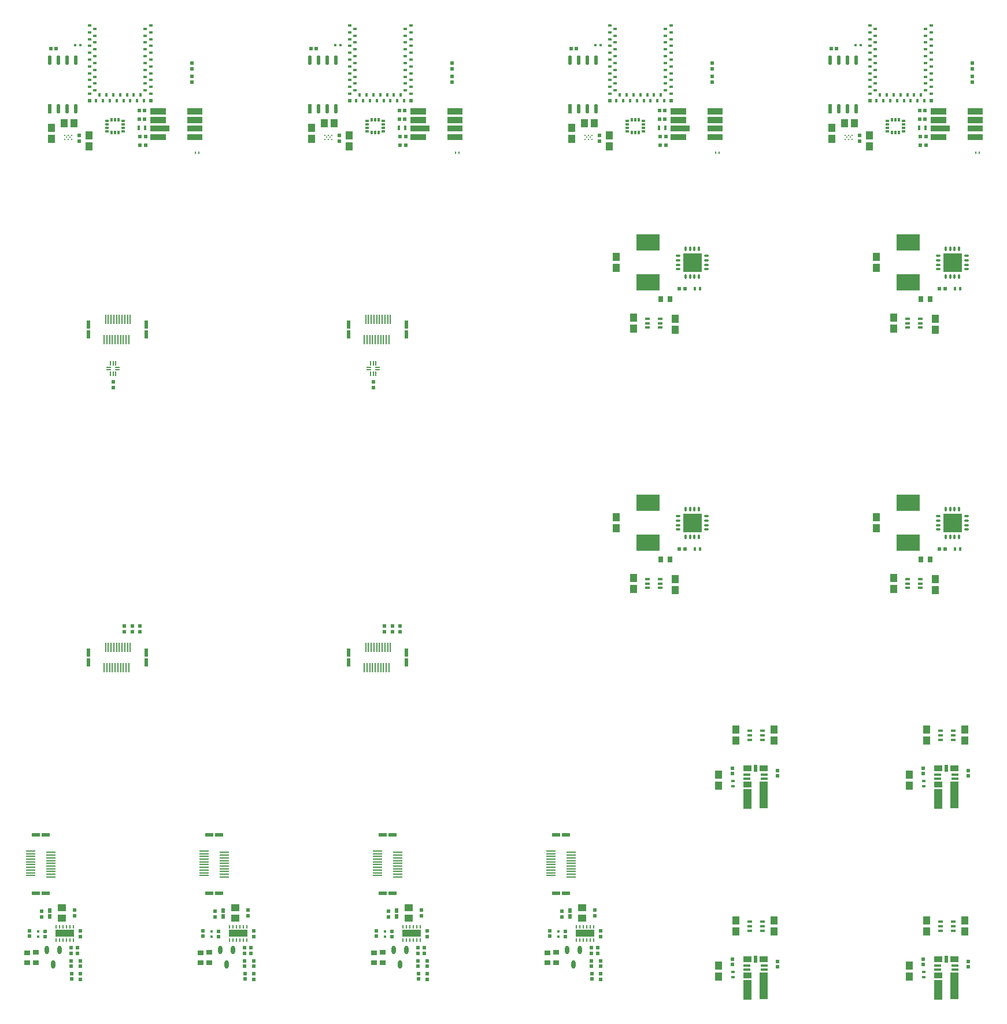
<source format=gtp>
G04*
G04 #@! TF.GenerationSoftware,Altium Limited,Altium Designer,22.0.2 (36)*
G04*
G04 Layer_Color=8421504*
%FSLAX25Y25*%
%MOIN*%
G70*
G04*
G04 #@! TF.SameCoordinates,F946F9E3-F68E-45CA-BEA5-DDEA3020867C*
G04*
G04*
G04 #@! TF.FilePolarity,Positive*
G04*
G01*
G75*
%ADD10R,0.03150X0.01378*%
%ADD11R,0.03985X0.04758*%
%ADD12O,0.03150X0.01181*%
%ADD13O,0.01181X0.03150*%
%ADD14R,0.10551X0.10551*%
%ADD15R,0.03150X0.03740*%
%ADD16R,0.13500X0.09500*%
%ADD17R,0.01575X0.01968*%
%ADD18R,0.02423X0.02254*%
%ADD19R,0.02165X0.02362*%
%ADD20R,0.02047X0.02047*%
%ADD21R,0.02578X0.00787*%
%ADD22R,0.00787X0.02578*%
%ADD23R,0.01968X0.04724*%
%ADD24R,0.00984X0.05315*%
%ADD25R,0.04800X0.15600*%
%ADD26R,0.02461X0.04087*%
%ADD27R,0.04800X0.11300*%
%ADD28R,0.04800X0.03200*%
%ADD29R,0.04776X0.03787*%
%ADD30R,0.04100X0.01300*%
%ADD31R,0.01968X0.01575*%
%ADD32R,0.01860X0.02029*%
%ADD33R,0.02254X0.02423*%
%ADD34R,0.01860X0.01843*%
%ADD35R,0.00984X0.01181*%
%ADD36R,0.11000X0.03500*%
%ADD37R,0.02047X0.02047*%
%ADD38R,0.01772X0.02657*%
%ADD39R,0.01378X0.02264*%
%ADD40R,0.02264X0.01378*%
%ADD41R,0.03961X0.05151*%
%ADD42R,0.01772X0.01772*%
%ADD43R,0.02362X0.01575*%
%ADD44R,0.02362X0.02362*%
%ADD45R,0.01575X0.02362*%
%ADD46R,0.02362X0.02362*%
%ADD47R,0.02044X0.05588*%
G04:AMPARAMS|DCode=48|XSize=55.88mil|YSize=20.44mil|CornerRadius=10.22mil|HoleSize=0mil|Usage=FLASHONLY|Rotation=90.000|XOffset=0mil|YOffset=0mil|HoleType=Round|Shape=RoundedRectangle|*
%AMROUNDEDRECTD48*
21,1,0.05588,0.00000,0,0,90.0*
21,1,0.03544,0.02044,0,0,90.0*
1,1,0.02044,0.00000,0.01772*
1,1,0.02044,0.00000,-0.01772*
1,1,0.02044,0.00000,-0.01772*
1,1,0.02044,0.00000,0.01772*
%
%ADD48ROUNDEDRECTD48*%
%ADD49C,0.00900*%
G04:AMPARAMS|DCode=50|XSize=23.62mil|YSize=49.21mil|CornerRadius=11.81mil|HoleSize=0mil|Usage=FLASHONLY|Rotation=180.000|XOffset=0mil|YOffset=0mil|HoleType=Round|Shape=RoundedRectangle|*
%AMROUNDEDRECTD50*
21,1,0.02362,0.02559,0,0,180.0*
21,1,0.00000,0.04921,0,0,180.0*
1,1,0.02362,0.00000,0.01280*
1,1,0.02362,0.00000,0.01280*
1,1,0.02362,0.00000,-0.01280*
1,1,0.02362,0.00000,-0.01280*
%
%ADD50ROUNDEDRECTD50*%
%ADD51R,0.04724X0.01968*%
%ADD52R,0.05315X0.00984*%
%ADD53R,0.03543X0.02756*%
%ADD54R,0.02441X0.02598*%
%ADD55R,0.05151X0.03961*%
%ADD56R,0.01772X0.01772*%
%ADD57R,0.01000X0.02200*%
%ADD58R,0.10800X0.04300*%
G36*
X669981Y640632D02*
X661082D01*
Y644132D01*
X669981D01*
Y640632D01*
D02*
G37*
G36*
X648918D02*
X640019D01*
Y644132D01*
X648918D01*
Y640632D01*
D02*
G37*
G36*
X519981D02*
X511082D01*
Y644132D01*
X519981D01*
Y640632D01*
D02*
G37*
G36*
X498918D02*
X490019D01*
Y644132D01*
X498918D01*
Y640632D01*
D02*
G37*
G36*
X369982D02*
X361082D01*
Y644132D01*
X369982D01*
Y640632D01*
D02*
G37*
G36*
X348919D02*
X340019D01*
Y644132D01*
X348919D01*
Y640632D01*
D02*
G37*
G36*
X219982D02*
X211082D01*
Y644132D01*
X219982D01*
Y640632D01*
D02*
G37*
G36*
X198918D02*
X190018D01*
Y644132D01*
X198918D01*
Y640632D01*
D02*
G37*
G36*
X669981Y635711D02*
X661082D01*
Y639211D01*
X669981D01*
Y635711D01*
D02*
G37*
G36*
X648918D02*
X640019D01*
Y639211D01*
X648918D01*
Y635711D01*
D02*
G37*
G36*
X519981D02*
X511082D01*
Y639211D01*
X519981D01*
Y635711D01*
D02*
G37*
G36*
X498918D02*
X490019D01*
Y639211D01*
X498918D01*
Y635711D01*
D02*
G37*
G36*
X369982D02*
X361082D01*
Y639211D01*
X369982D01*
Y635711D01*
D02*
G37*
G36*
X348919D02*
X340019D01*
Y639211D01*
X348919D01*
Y635711D01*
D02*
G37*
G36*
X219982D02*
X211082D01*
Y639211D01*
X219982D01*
Y635711D01*
D02*
G37*
G36*
X198918D02*
X190018D01*
Y639211D01*
X198918D01*
Y635711D01*
D02*
G37*
G36*
X669981Y630789D02*
X661082D01*
Y634289D01*
X669981D01*
Y630789D01*
D02*
G37*
G36*
X648918D02*
X640019D01*
Y634289D01*
X648918D01*
Y630789D01*
D02*
G37*
G36*
X519981D02*
X511082D01*
Y634289D01*
X519981D01*
Y630789D01*
D02*
G37*
G36*
X498918D02*
X490019D01*
Y634289D01*
X498918D01*
Y630789D01*
D02*
G37*
G36*
X369982D02*
X361082D01*
Y634289D01*
X369982D01*
Y630789D01*
D02*
G37*
G36*
X348919D02*
X340019D01*
Y634289D01*
X348919D01*
Y630789D01*
D02*
G37*
G36*
X219982D02*
X211082D01*
Y634289D01*
X219982D01*
Y630789D01*
D02*
G37*
G36*
X198918D02*
X190018D01*
Y634289D01*
X198918D01*
Y630789D01*
D02*
G37*
G36*
X669981Y625868D02*
X661082D01*
Y629368D01*
X669981D01*
Y625868D01*
D02*
G37*
G36*
X648918D02*
X640019D01*
Y629368D01*
X648918D01*
Y625868D01*
D02*
G37*
G36*
X519981D02*
X511082D01*
Y629368D01*
X519981D01*
Y625868D01*
D02*
G37*
G36*
X498918D02*
X490019D01*
Y629368D01*
X498918D01*
Y625868D01*
D02*
G37*
G36*
X369982D02*
X361082D01*
Y629368D01*
X369982D01*
Y625868D01*
D02*
G37*
G36*
X348919D02*
X340019D01*
Y629368D01*
X348919D01*
Y625868D01*
D02*
G37*
G36*
X219982D02*
X211082D01*
Y629368D01*
X219982D01*
Y625868D01*
D02*
G37*
G36*
X198918D02*
X190018D01*
Y629368D01*
X198918D01*
Y625868D01*
D02*
G37*
G36*
X445491Y167144D02*
X440879D01*
Y170656D01*
X445491D01*
Y167144D01*
D02*
G37*
G36*
X440091D02*
X435479D01*
Y170656D01*
X440091D01*
Y167144D01*
D02*
G37*
G36*
X345491D02*
X340879D01*
Y170656D01*
X345491D01*
Y167144D01*
D02*
G37*
G36*
X340091D02*
X335479D01*
Y170656D01*
X340091D01*
Y167144D01*
D02*
G37*
G36*
X245491D02*
X240879D01*
Y170656D01*
X245491D01*
Y167144D01*
D02*
G37*
G36*
X240091D02*
X235479D01*
Y170656D01*
X240091D01*
Y167144D01*
D02*
G37*
G36*
X145491D02*
X140879D01*
Y170656D01*
X145491D01*
Y167144D01*
D02*
G37*
G36*
X140091D02*
X135479D01*
Y170656D01*
X140091D01*
Y167144D01*
D02*
G37*
D10*
X476500Y372918D02*
D03*
Y370359D02*
D03*
Y367800D02*
D03*
X483705D02*
D03*
Y370359D02*
D03*
Y372918D02*
D03*
X626500D02*
D03*
Y370359D02*
D03*
Y367800D02*
D03*
X633705D02*
D03*
Y370359D02*
D03*
Y372918D02*
D03*
X476500Y522918D02*
D03*
Y520359D02*
D03*
Y517800D02*
D03*
X483705D02*
D03*
Y520359D02*
D03*
Y522918D02*
D03*
X626500D02*
D03*
Y520359D02*
D03*
Y517800D02*
D03*
X633705D02*
D03*
Y520359D02*
D03*
Y522918D02*
D03*
X542705Y175559D02*
D03*
Y173000D02*
D03*
Y170441D02*
D03*
X535500D02*
D03*
Y173000D02*
D03*
Y175559D02*
D03*
X652705D02*
D03*
Y173000D02*
D03*
Y170441D02*
D03*
X645500D02*
D03*
Y173000D02*
D03*
Y175559D02*
D03*
X542705Y285559D02*
D03*
Y283000D02*
D03*
Y280441D02*
D03*
X535500D02*
D03*
Y283000D02*
D03*
Y285559D02*
D03*
X652705D02*
D03*
Y283000D02*
D03*
Y280441D02*
D03*
X645500D02*
D03*
Y283000D02*
D03*
Y285559D02*
D03*
D11*
X468602Y367202D02*
D03*
Y373516D02*
D03*
X492602Y366702D02*
D03*
Y373016D02*
D03*
X458400Y402143D02*
D03*
Y408457D02*
D03*
X618602Y367202D02*
D03*
Y373516D02*
D03*
X642602Y366702D02*
D03*
Y373016D02*
D03*
X608400Y402143D02*
D03*
Y408457D02*
D03*
X468602Y517202D02*
D03*
Y523516D02*
D03*
X492602Y516702D02*
D03*
Y523016D02*
D03*
X458400Y552143D02*
D03*
Y558457D02*
D03*
X618602Y517202D02*
D03*
Y523516D02*
D03*
X642602Y516702D02*
D03*
Y523016D02*
D03*
X608400Y552143D02*
D03*
Y558457D02*
D03*
X549500Y176157D02*
D03*
Y169843D02*
D03*
X527500Y176157D02*
D03*
Y169843D02*
D03*
X517500Y150157D02*
D03*
Y143843D02*
D03*
X659500Y176157D02*
D03*
Y169843D02*
D03*
X637500Y176157D02*
D03*
Y169843D02*
D03*
X627500Y150157D02*
D03*
Y143843D02*
D03*
X549500Y286157D02*
D03*
Y279843D02*
D03*
X527500Y286157D02*
D03*
Y279843D02*
D03*
X517500Y260157D02*
D03*
Y253843D02*
D03*
X659500Y286157D02*
D03*
Y279843D02*
D03*
X637500Y286157D02*
D03*
Y279843D02*
D03*
X627500Y260157D02*
D03*
Y253843D02*
D03*
X154500Y628500D02*
D03*
Y622186D02*
D03*
X132984Y626615D02*
D03*
Y632929D02*
D03*
X304500Y628500D02*
D03*
Y622186D02*
D03*
X282984Y626615D02*
D03*
Y632929D02*
D03*
X454500Y628500D02*
D03*
Y622186D02*
D03*
X432984Y626615D02*
D03*
Y632929D02*
D03*
X604500Y628500D02*
D03*
Y622186D02*
D03*
X582984Y626615D02*
D03*
Y632929D02*
D03*
D12*
X494329Y409139D02*
D03*
Y406579D02*
D03*
Y404021D02*
D03*
Y401461D02*
D03*
X510471D02*
D03*
Y404021D02*
D03*
Y406579D02*
D03*
Y409139D02*
D03*
X644329D02*
D03*
Y406579D02*
D03*
Y404021D02*
D03*
Y401461D02*
D03*
X660471D02*
D03*
Y404021D02*
D03*
Y406579D02*
D03*
Y409139D02*
D03*
X494329Y559139D02*
D03*
Y556579D02*
D03*
Y554021D02*
D03*
Y551461D02*
D03*
X510471D02*
D03*
Y554021D02*
D03*
Y556579D02*
D03*
Y559139D02*
D03*
X644329D02*
D03*
Y556579D02*
D03*
Y554021D02*
D03*
Y551461D02*
D03*
X660471D02*
D03*
Y554021D02*
D03*
Y556579D02*
D03*
Y559139D02*
D03*
D13*
X498561Y397229D02*
D03*
X501121D02*
D03*
X503680D02*
D03*
X506239D02*
D03*
Y413371D02*
D03*
X503680D02*
D03*
X501121D02*
D03*
X498561D02*
D03*
X648561Y397229D02*
D03*
X651121D02*
D03*
X653680D02*
D03*
X656239D02*
D03*
Y413371D02*
D03*
X653680D02*
D03*
X651121D02*
D03*
X648561D02*
D03*
X498561Y547229D02*
D03*
X501121D02*
D03*
X503680D02*
D03*
X506239D02*
D03*
Y563371D02*
D03*
X503680D02*
D03*
X501121D02*
D03*
X498561D02*
D03*
X648561Y547229D02*
D03*
X651121D02*
D03*
X653680D02*
D03*
X656239D02*
D03*
Y563371D02*
D03*
X653680D02*
D03*
X651121D02*
D03*
X648561D02*
D03*
D14*
X502400Y405300D02*
D03*
X652400D02*
D03*
X502400Y555300D02*
D03*
X652400D02*
D03*
D15*
X489400Y384300D02*
D03*
X484085D02*
D03*
X639400D02*
D03*
X634085D02*
D03*
X489400Y534300D02*
D03*
X484085D02*
D03*
X639400D02*
D03*
X634085D02*
D03*
D16*
X476900Y416800D02*
D03*
Y393800D02*
D03*
X626900Y416800D02*
D03*
Y393800D02*
D03*
X476900Y566800D02*
D03*
Y543800D02*
D03*
X626900Y566800D02*
D03*
Y543800D02*
D03*
D17*
X506900Y390300D02*
D03*
X503750D02*
D03*
X656900D02*
D03*
X653750D02*
D03*
X506900Y540300D02*
D03*
X503750D02*
D03*
X656900D02*
D03*
X653750D02*
D03*
D18*
X494713Y390300D02*
D03*
X498087D02*
D03*
X644713D02*
D03*
X648087D02*
D03*
X494713Y540300D02*
D03*
X498087D02*
D03*
X644713D02*
D03*
X648087D02*
D03*
D19*
X325019Y345811D02*
D03*
Y342465D02*
D03*
X334019D02*
D03*
Y345811D02*
D03*
X329519Y342465D02*
D03*
Y345811D02*
D03*
X175019D02*
D03*
Y342465D02*
D03*
X184019D02*
D03*
Y345811D02*
D03*
X179519Y342465D02*
D03*
Y345811D02*
D03*
X148984Y628772D02*
D03*
Y625425D02*
D03*
X298984Y628772D02*
D03*
Y625425D02*
D03*
X448984Y628772D02*
D03*
Y625425D02*
D03*
X598984Y628772D02*
D03*
Y625425D02*
D03*
X449685Y167053D02*
D03*
Y170400D02*
D03*
X444185Y157427D02*
D03*
Y160773D02*
D03*
X447985Y157427D02*
D03*
Y160773D02*
D03*
X349685Y167053D02*
D03*
Y170400D02*
D03*
X344185Y157427D02*
D03*
Y160773D02*
D03*
X347985Y157427D02*
D03*
Y160773D02*
D03*
X249685Y167053D02*
D03*
Y170400D02*
D03*
X244185Y157427D02*
D03*
Y160773D02*
D03*
X247985Y157427D02*
D03*
Y160773D02*
D03*
X149685Y167053D02*
D03*
Y170400D02*
D03*
X144185Y157427D02*
D03*
Y160773D02*
D03*
X147985Y157427D02*
D03*
Y160773D02*
D03*
D20*
X318417Y483331D02*
D03*
Y486481D02*
D03*
X168417Y483331D02*
D03*
Y486481D02*
D03*
X525500Y150925D02*
D03*
Y154075D02*
D03*
X635500Y150925D02*
D03*
Y154075D02*
D03*
X525500Y260925D02*
D03*
Y264075D02*
D03*
X635500Y260925D02*
D03*
Y264075D02*
D03*
X449685Y145575D02*
D03*
Y142425D02*
D03*
X349685Y145575D02*
D03*
Y142425D02*
D03*
X249685Y145575D02*
D03*
Y142425D02*
D03*
X149685Y145575D02*
D03*
Y142425D02*
D03*
D21*
X320887Y495053D02*
D03*
Y493478D02*
D03*
X315947D02*
D03*
Y495053D02*
D03*
X170887D02*
D03*
Y493478D02*
D03*
X165947D02*
D03*
Y495053D02*
D03*
D22*
X319992Y491205D02*
D03*
X318417D02*
D03*
X316842D02*
D03*
Y497326D02*
D03*
X318417D02*
D03*
X319992D02*
D03*
X169992Y491205D02*
D03*
X168417D02*
D03*
X166842D02*
D03*
Y497326D02*
D03*
X168417D02*
D03*
X169992D02*
D03*
D23*
X337511Y514040D02*
D03*
X304047D02*
D03*
X337511Y519552D02*
D03*
X304047D02*
D03*
X337511Y325063D02*
D03*
X304047D02*
D03*
X337511Y330575D02*
D03*
X304047D02*
D03*
X187512Y514040D02*
D03*
X154047D02*
D03*
X187512Y519552D02*
D03*
X154047D02*
D03*
X187512Y325063D02*
D03*
X154047D02*
D03*
X187512Y330575D02*
D03*
X154047D02*
D03*
D24*
X328279Y522603D02*
D03*
X326704D02*
D03*
X325130D02*
D03*
X323555D02*
D03*
X321980D02*
D03*
X320405D02*
D03*
X318830D02*
D03*
X317256D02*
D03*
X315681D02*
D03*
X314106D02*
D03*
X327452Y510989D02*
D03*
X325878D02*
D03*
X324303D02*
D03*
X322728D02*
D03*
X321153D02*
D03*
X319578D02*
D03*
X318004D02*
D03*
X316429D02*
D03*
X314854D02*
D03*
X313279D02*
D03*
X328279Y333626D02*
D03*
X326704D02*
D03*
X325130D02*
D03*
X323555D02*
D03*
X321980D02*
D03*
X320405D02*
D03*
X318830D02*
D03*
X317256D02*
D03*
X315681D02*
D03*
X314106D02*
D03*
X327452Y322012D02*
D03*
X325878D02*
D03*
X324303D02*
D03*
X322728D02*
D03*
X321153D02*
D03*
X319578D02*
D03*
X318004D02*
D03*
X316429D02*
D03*
X314854D02*
D03*
X313279D02*
D03*
X178279Y522603D02*
D03*
X176704D02*
D03*
X175130D02*
D03*
X173555D02*
D03*
X171980D02*
D03*
X170405D02*
D03*
X168830D02*
D03*
X167256D02*
D03*
X165681D02*
D03*
X164106D02*
D03*
X177452Y510989D02*
D03*
X175878D02*
D03*
X174303D02*
D03*
X172728D02*
D03*
X171153D02*
D03*
X169578D02*
D03*
X168004D02*
D03*
X166429D02*
D03*
X164854D02*
D03*
X163279D02*
D03*
X178279Y333626D02*
D03*
X176704D02*
D03*
X175130D02*
D03*
X173555D02*
D03*
X171980D02*
D03*
X170405D02*
D03*
X168830D02*
D03*
X167256D02*
D03*
X165681D02*
D03*
X164106D02*
D03*
X177452Y322012D02*
D03*
X175878D02*
D03*
X174303D02*
D03*
X172728D02*
D03*
X171153D02*
D03*
X169578D02*
D03*
X168004D02*
D03*
X166429D02*
D03*
X164854D02*
D03*
X163279D02*
D03*
D25*
X543645Y138470D02*
D03*
X653645D02*
D03*
X543645Y248470D02*
D03*
X653645D02*
D03*
D26*
X538862Y153823D02*
D03*
X648862D02*
D03*
X538862Y263823D02*
D03*
X648862D02*
D03*
D27*
X534079Y136319D02*
D03*
X644079D02*
D03*
X534079Y246319D02*
D03*
X644079D02*
D03*
D28*
X534079Y144620D02*
D03*
X644079D02*
D03*
X534079Y254620D02*
D03*
X644079D02*
D03*
D29*
X543659Y154035D02*
D03*
X534065D02*
D03*
X653659D02*
D03*
X644065D02*
D03*
X543659Y264035D02*
D03*
X534065D02*
D03*
X653659D02*
D03*
X644065D02*
D03*
D30*
X544000Y148000D02*
D03*
Y150362D02*
D03*
X533724Y148000D02*
D03*
Y150362D02*
D03*
X654000Y148000D02*
D03*
Y150362D02*
D03*
X643724Y148000D02*
D03*
Y150362D02*
D03*
X544000Y258000D02*
D03*
Y260362D02*
D03*
X533724Y258000D02*
D03*
Y260362D02*
D03*
X654000Y258000D02*
D03*
Y260362D02*
D03*
X643724Y258000D02*
D03*
Y260362D02*
D03*
D31*
X526000Y143500D02*
D03*
Y146650D02*
D03*
X636000Y143500D02*
D03*
Y146650D02*
D03*
X526000Y253500D02*
D03*
Y256650D02*
D03*
X636000Y253500D02*
D03*
Y256650D02*
D03*
D32*
X551500Y149510D02*
D03*
Y152490D02*
D03*
X661500Y149510D02*
D03*
Y152490D02*
D03*
X551500Y259510D02*
D03*
Y262490D02*
D03*
X661500Y259510D02*
D03*
Y262490D02*
D03*
X420185Y167210D02*
D03*
Y170190D02*
D03*
X444285Y150010D02*
D03*
Y152990D02*
D03*
X449585Y149910D02*
D03*
Y152890D02*
D03*
X444485Y145490D02*
D03*
Y142510D02*
D03*
X320185Y167210D02*
D03*
Y170190D02*
D03*
X344285Y150010D02*
D03*
Y152990D02*
D03*
X349585Y149910D02*
D03*
Y152890D02*
D03*
X344485Y145490D02*
D03*
Y142510D02*
D03*
X220185Y167210D02*
D03*
Y170190D02*
D03*
X244285Y150010D02*
D03*
Y152990D02*
D03*
X249585Y149910D02*
D03*
Y152890D02*
D03*
X244485Y145490D02*
D03*
Y142510D02*
D03*
X120185Y167210D02*
D03*
Y170190D02*
D03*
X144285Y150010D02*
D03*
Y152990D02*
D03*
X149585Y149910D02*
D03*
Y152890D02*
D03*
X144485Y145490D02*
D03*
Y142510D02*
D03*
D33*
X214000Y666813D02*
D03*
Y670187D02*
D03*
X364000Y666813D02*
D03*
Y670187D02*
D03*
X514000Y666813D02*
D03*
Y670187D02*
D03*
X664000Y666813D02*
D03*
Y670187D02*
D03*
D34*
X214000Y662583D02*
D03*
Y659417D02*
D03*
X364000Y662583D02*
D03*
Y659417D02*
D03*
X514000Y662583D02*
D03*
Y659417D02*
D03*
X664000Y662583D02*
D03*
Y659417D02*
D03*
X446035Y179024D02*
D03*
Y182190D02*
D03*
X427085Y178417D02*
D03*
Y181583D02*
D03*
X429285Y166817D02*
D03*
Y169983D02*
D03*
X346035Y179024D02*
D03*
Y182190D02*
D03*
X327085Y178417D02*
D03*
Y181583D02*
D03*
X329285Y166817D02*
D03*
Y169983D02*
D03*
X246035Y179024D02*
D03*
Y182190D02*
D03*
X227085Y178417D02*
D03*
Y181583D02*
D03*
X229285Y166817D02*
D03*
Y169983D02*
D03*
X146035Y179024D02*
D03*
Y182190D02*
D03*
X127085Y178417D02*
D03*
Y181583D02*
D03*
X129285Y166817D02*
D03*
Y169983D02*
D03*
D35*
X216000Y618500D02*
D03*
X217870D02*
D03*
X366000D02*
D03*
X367870D02*
D03*
X516000D02*
D03*
X517870D02*
D03*
X666000D02*
D03*
X667870D02*
D03*
D36*
X195519Y632539D02*
D03*
X345518D02*
D03*
X495518D02*
D03*
X645518D02*
D03*
D37*
X183463Y643057D02*
D03*
X186612D02*
D03*
X183425Y638000D02*
D03*
X186575D02*
D03*
X132425Y678500D02*
D03*
X135575D02*
D03*
X183925Y623000D02*
D03*
X187075D02*
D03*
Y628000D02*
D03*
X183925D02*
D03*
X333463Y643057D02*
D03*
X336612D02*
D03*
X333425Y638000D02*
D03*
X336575D02*
D03*
X282425Y678500D02*
D03*
X285575D02*
D03*
X333925Y623000D02*
D03*
X337075D02*
D03*
Y628000D02*
D03*
X333925D02*
D03*
X483463Y643057D02*
D03*
X486612D02*
D03*
X483425Y638000D02*
D03*
X486575D02*
D03*
X432425Y678500D02*
D03*
X435575D02*
D03*
X483925Y623000D02*
D03*
X487075D02*
D03*
Y628000D02*
D03*
X483925D02*
D03*
X633463Y643057D02*
D03*
X636612D02*
D03*
X633425Y638000D02*
D03*
X636575D02*
D03*
X582425Y678500D02*
D03*
X585575D02*
D03*
X633925Y623000D02*
D03*
X637075D02*
D03*
Y628000D02*
D03*
X633925D02*
D03*
D38*
X183179Y633000D02*
D03*
X186821D02*
D03*
X333179D02*
D03*
X336821D02*
D03*
X483179D02*
D03*
X486821D02*
D03*
X633179D02*
D03*
X636821D02*
D03*
D39*
X167532Y637593D02*
D03*
X169500D02*
D03*
X171468D02*
D03*
Y630407D02*
D03*
X169500D02*
D03*
X167532D02*
D03*
X317531Y637593D02*
D03*
X319500D02*
D03*
X321468D02*
D03*
Y630407D02*
D03*
X319500D02*
D03*
X317531D02*
D03*
X467531Y637593D02*
D03*
X469500D02*
D03*
X471468D02*
D03*
Y630407D02*
D03*
X469500D02*
D03*
X467531D02*
D03*
X617531Y637593D02*
D03*
X619500D02*
D03*
X621468D02*
D03*
Y630407D02*
D03*
X619500D02*
D03*
X617531D02*
D03*
D40*
X174077Y636953D02*
D03*
Y634984D02*
D03*
Y633016D02*
D03*
Y631047D02*
D03*
X164923D02*
D03*
Y633016D02*
D03*
Y634984D02*
D03*
Y636953D02*
D03*
X324077D02*
D03*
Y634984D02*
D03*
Y633016D02*
D03*
Y631047D02*
D03*
X314923D02*
D03*
Y633016D02*
D03*
Y634984D02*
D03*
Y636953D02*
D03*
X474077D02*
D03*
Y634984D02*
D03*
Y633016D02*
D03*
Y631047D02*
D03*
X464923D02*
D03*
Y633016D02*
D03*
Y634984D02*
D03*
Y636953D02*
D03*
X624077D02*
D03*
Y634984D02*
D03*
Y633016D02*
D03*
Y631047D02*
D03*
X614923D02*
D03*
Y633016D02*
D03*
Y634984D02*
D03*
Y636953D02*
D03*
D41*
X140126Y635772D02*
D03*
X145843D02*
D03*
X290126D02*
D03*
X295843D02*
D03*
X440126D02*
D03*
X445843D02*
D03*
X590126D02*
D03*
X595843D02*
D03*
D42*
X149575Y680500D02*
D03*
X146425D02*
D03*
X299575D02*
D03*
X296425D02*
D03*
X449575D02*
D03*
X446425D02*
D03*
X599575D02*
D03*
X596425D02*
D03*
D43*
X190150Y691968D02*
D03*
X187000Y690000D02*
D03*
X190150Y688031D02*
D03*
X187000Y686063D02*
D03*
X190150Y684094D02*
D03*
X187000Y682126D02*
D03*
X190150Y680158D02*
D03*
X187000Y678189D02*
D03*
X190150Y676221D02*
D03*
X187000Y674252D02*
D03*
X190150Y672284D02*
D03*
X187000Y670315D02*
D03*
X190150Y668347D02*
D03*
X187000Y666378D02*
D03*
X190150Y664409D02*
D03*
X187000Y662441D02*
D03*
X190150Y660472D02*
D03*
X187000Y658504D02*
D03*
X190150Y656535D02*
D03*
X187000Y654567D02*
D03*
X190150Y652598D02*
D03*
X154717Y691968D02*
D03*
X157866Y690000D02*
D03*
X154717Y688031D02*
D03*
X157866Y686063D02*
D03*
X154717Y684094D02*
D03*
X157866Y682126D02*
D03*
X154717Y680158D02*
D03*
X157866Y678189D02*
D03*
X154717Y676221D02*
D03*
X157866Y674252D02*
D03*
X154717Y672284D02*
D03*
X157866Y670315D02*
D03*
X154717Y668347D02*
D03*
X157866Y666378D02*
D03*
X154717Y664409D02*
D03*
X157866Y662441D02*
D03*
X154717Y660472D02*
D03*
X157866Y658504D02*
D03*
X154717Y656535D02*
D03*
X157866Y654567D02*
D03*
X154717Y652598D02*
D03*
X340150Y691968D02*
D03*
X337000Y690000D02*
D03*
X340150Y688031D02*
D03*
X337000Y686063D02*
D03*
X340150Y684094D02*
D03*
X337000Y682126D02*
D03*
X340150Y680158D02*
D03*
X337000Y678189D02*
D03*
X340150Y676221D02*
D03*
X337000Y674252D02*
D03*
X340150Y672284D02*
D03*
X337000Y670315D02*
D03*
X340150Y668347D02*
D03*
X337000Y666378D02*
D03*
X340150Y664409D02*
D03*
X337000Y662441D02*
D03*
X340150Y660472D02*
D03*
X337000Y658504D02*
D03*
X340150Y656535D02*
D03*
X337000Y654567D02*
D03*
X340150Y652598D02*
D03*
X304716Y691968D02*
D03*
X307866Y690000D02*
D03*
X304716Y688031D02*
D03*
X307866Y686063D02*
D03*
X304716Y684094D02*
D03*
X307866Y682126D02*
D03*
X304716Y680158D02*
D03*
X307866Y678189D02*
D03*
X304716Y676221D02*
D03*
X307866Y674252D02*
D03*
X304716Y672284D02*
D03*
X307866Y670315D02*
D03*
X304716Y668347D02*
D03*
X307866Y666378D02*
D03*
X304716Y664409D02*
D03*
X307866Y662441D02*
D03*
X304716Y660472D02*
D03*
X307866Y658504D02*
D03*
X304716Y656535D02*
D03*
X307866Y654567D02*
D03*
X304716Y652598D02*
D03*
X490150Y691968D02*
D03*
X487000Y690000D02*
D03*
X490150Y688031D02*
D03*
X487000Y686063D02*
D03*
X490150Y684094D02*
D03*
X487000Y682126D02*
D03*
X490150Y680158D02*
D03*
X487000Y678189D02*
D03*
X490150Y676221D02*
D03*
X487000Y674252D02*
D03*
X490150Y672284D02*
D03*
X487000Y670315D02*
D03*
X490150Y668347D02*
D03*
X487000Y666378D02*
D03*
X490150Y664409D02*
D03*
X487000Y662441D02*
D03*
X490150Y660472D02*
D03*
X487000Y658504D02*
D03*
X490150Y656535D02*
D03*
X487000Y654567D02*
D03*
X490150Y652598D02*
D03*
X454716Y691968D02*
D03*
X457866Y690000D02*
D03*
X454716Y688031D02*
D03*
X457866Y686063D02*
D03*
X454716Y684094D02*
D03*
X457866Y682126D02*
D03*
X454716Y680158D02*
D03*
X457866Y678189D02*
D03*
X454716Y676221D02*
D03*
X457866Y674252D02*
D03*
X454716Y672284D02*
D03*
X457866Y670315D02*
D03*
X454716Y668347D02*
D03*
X457866Y666378D02*
D03*
X454716Y664409D02*
D03*
X457866Y662441D02*
D03*
X454716Y660472D02*
D03*
X457866Y658504D02*
D03*
X454716Y656535D02*
D03*
X457866Y654567D02*
D03*
X454716Y652598D02*
D03*
X640150Y691968D02*
D03*
X637000Y690000D02*
D03*
X640150Y688031D02*
D03*
X637000Y686063D02*
D03*
X640150Y684094D02*
D03*
X637000Y682126D02*
D03*
X640150Y680158D02*
D03*
X637000Y678189D02*
D03*
X640150Y676221D02*
D03*
X637000Y674252D02*
D03*
X640150Y672284D02*
D03*
X637000Y670315D02*
D03*
X640150Y668347D02*
D03*
X637000Y666378D02*
D03*
X640150Y664409D02*
D03*
X637000Y662441D02*
D03*
X640150Y660472D02*
D03*
X637000Y658504D02*
D03*
X640150Y656535D02*
D03*
X637000Y654567D02*
D03*
X640150Y652598D02*
D03*
X604716Y691968D02*
D03*
X607866Y690000D02*
D03*
X604716Y688031D02*
D03*
X607866Y686063D02*
D03*
X604716Y684094D02*
D03*
X607866Y682126D02*
D03*
X604716Y680158D02*
D03*
X607866Y678189D02*
D03*
X604716Y676221D02*
D03*
X607866Y674252D02*
D03*
X604716Y672284D02*
D03*
X607866Y670315D02*
D03*
X604716Y668347D02*
D03*
X607866Y666378D02*
D03*
X604716Y664409D02*
D03*
X607866Y662441D02*
D03*
X604716Y660472D02*
D03*
X607866Y658504D02*
D03*
X604716Y656535D02*
D03*
X607866Y654567D02*
D03*
X604716Y652598D02*
D03*
D44*
X190150Y648661D02*
D03*
X340150D02*
D03*
X490150D02*
D03*
X640150D02*
D03*
D45*
X186213D02*
D03*
X184244Y651811D02*
D03*
X182276Y648661D02*
D03*
X180307Y651811D02*
D03*
X178339Y648661D02*
D03*
X176370Y651811D02*
D03*
X174402Y648661D02*
D03*
X172433Y651811D02*
D03*
X168496D02*
D03*
X164559D02*
D03*
X162591Y648661D02*
D03*
X170465D02*
D03*
X166528D02*
D03*
X160622Y651811D02*
D03*
X158653Y648661D02*
D03*
X336213D02*
D03*
X334244Y651811D02*
D03*
X332276Y648661D02*
D03*
X330307Y651811D02*
D03*
X328339Y648661D02*
D03*
X326370Y651811D02*
D03*
X324402Y648661D02*
D03*
X322433Y651811D02*
D03*
X318496D02*
D03*
X314559D02*
D03*
X312591Y648661D02*
D03*
X320465D02*
D03*
X316528D02*
D03*
X310622Y651811D02*
D03*
X308653Y648661D02*
D03*
X486213D02*
D03*
X484244Y651811D02*
D03*
X482276Y648661D02*
D03*
X480307Y651811D02*
D03*
X478339Y648661D02*
D03*
X476370Y651811D02*
D03*
X474402Y648661D02*
D03*
X472433Y651811D02*
D03*
X468496D02*
D03*
X464559D02*
D03*
X462591Y648661D02*
D03*
X470465D02*
D03*
X466528D02*
D03*
X460622Y651811D02*
D03*
X458653Y648661D02*
D03*
X636213D02*
D03*
X634244Y651811D02*
D03*
X632276Y648661D02*
D03*
X630307Y651811D02*
D03*
X628339Y648661D02*
D03*
X626370Y651811D02*
D03*
X624402Y648661D02*
D03*
X622433Y651811D02*
D03*
X618496D02*
D03*
X614559D02*
D03*
X612591Y648661D02*
D03*
X620465D02*
D03*
X616528D02*
D03*
X610622Y651811D02*
D03*
X608653Y648661D02*
D03*
D46*
X154717D02*
D03*
X304716D02*
D03*
X454716D02*
D03*
X604716D02*
D03*
D47*
X132000Y643934D02*
D03*
X282000D02*
D03*
X432000D02*
D03*
X582000D02*
D03*
D48*
X137000D02*
D03*
X142000D02*
D03*
X147000D02*
D03*
Y672066D02*
D03*
X142000D02*
D03*
X137000D02*
D03*
X132000D02*
D03*
X287000Y643934D02*
D03*
X292000D02*
D03*
X297000D02*
D03*
Y672066D02*
D03*
X292000D02*
D03*
X287000D02*
D03*
X282000D02*
D03*
X437000Y643934D02*
D03*
X442000D02*
D03*
X447000D02*
D03*
Y672066D02*
D03*
X442000D02*
D03*
X437000D02*
D03*
X432000D02*
D03*
X587000Y643934D02*
D03*
X592000D02*
D03*
X597000D02*
D03*
Y672066D02*
D03*
X592000D02*
D03*
X587000D02*
D03*
X582000D02*
D03*
D49*
X140516Y626272D02*
D03*
Y628728D02*
D03*
X141500Y627500D02*
D03*
X142484Y626272D02*
D03*
Y628728D02*
D03*
X143468Y627500D02*
D03*
X144453Y626272D02*
D03*
Y628728D02*
D03*
X290516Y626272D02*
D03*
Y628728D02*
D03*
X291500Y627500D02*
D03*
X292484Y626272D02*
D03*
Y628728D02*
D03*
X293468Y627500D02*
D03*
X294453Y626272D02*
D03*
Y628728D02*
D03*
X440516Y626272D02*
D03*
Y628728D02*
D03*
X441500Y627500D02*
D03*
X442484Y626272D02*
D03*
Y628728D02*
D03*
X443469Y627500D02*
D03*
X444453Y626272D02*
D03*
Y628728D02*
D03*
X590516Y626272D02*
D03*
Y628728D02*
D03*
X591500Y627500D02*
D03*
X592484Y626272D02*
D03*
Y628728D02*
D03*
X593469Y627500D02*
D03*
X594453Y626272D02*
D03*
Y628728D02*
D03*
D50*
X433885Y150800D02*
D03*
X430145Y159265D02*
D03*
X437625D02*
D03*
X333885Y150800D02*
D03*
X330145Y159265D02*
D03*
X337625D02*
D03*
X233885Y150800D02*
D03*
X230145Y159265D02*
D03*
X237625D02*
D03*
X133885Y150800D02*
D03*
X130145Y159265D02*
D03*
X137625D02*
D03*
D51*
X423873Y192100D02*
D03*
Y225565D02*
D03*
X429385Y192100D02*
D03*
Y225565D02*
D03*
X323873Y192100D02*
D03*
Y225565D02*
D03*
X329385Y192100D02*
D03*
Y225565D02*
D03*
X223873Y192100D02*
D03*
Y225565D02*
D03*
X229385Y192100D02*
D03*
Y225565D02*
D03*
X123873Y192100D02*
D03*
Y225565D02*
D03*
X129385Y192100D02*
D03*
Y225565D02*
D03*
D52*
X432436Y201332D02*
D03*
Y202907D02*
D03*
Y204482D02*
D03*
Y206057D02*
D03*
Y207631D02*
D03*
Y209206D02*
D03*
Y210781D02*
D03*
Y212356D02*
D03*
Y213931D02*
D03*
Y215506D02*
D03*
X420822Y202159D02*
D03*
Y203734D02*
D03*
Y205309D02*
D03*
Y206884D02*
D03*
Y208458D02*
D03*
Y210033D02*
D03*
Y211608D02*
D03*
Y213183D02*
D03*
Y214757D02*
D03*
Y216332D02*
D03*
X332436Y201332D02*
D03*
Y202907D02*
D03*
Y204482D02*
D03*
Y206057D02*
D03*
Y207631D02*
D03*
Y209206D02*
D03*
Y210781D02*
D03*
Y212356D02*
D03*
Y213931D02*
D03*
Y215506D02*
D03*
X320822Y202159D02*
D03*
Y203734D02*
D03*
Y205309D02*
D03*
Y206884D02*
D03*
Y208458D02*
D03*
Y210033D02*
D03*
Y211608D02*
D03*
Y213183D02*
D03*
Y214757D02*
D03*
Y216332D02*
D03*
X232436Y201332D02*
D03*
Y202907D02*
D03*
Y204482D02*
D03*
Y206057D02*
D03*
Y207631D02*
D03*
Y209206D02*
D03*
Y210781D02*
D03*
Y212356D02*
D03*
Y213931D02*
D03*
Y215506D02*
D03*
X220822Y202159D02*
D03*
Y203734D02*
D03*
Y205309D02*
D03*
Y206884D02*
D03*
Y208458D02*
D03*
Y210033D02*
D03*
Y211608D02*
D03*
Y213183D02*
D03*
Y214757D02*
D03*
Y216332D02*
D03*
X132436Y201332D02*
D03*
Y202907D02*
D03*
Y204482D02*
D03*
Y206057D02*
D03*
Y207631D02*
D03*
Y209206D02*
D03*
Y210781D02*
D03*
Y212356D02*
D03*
Y213931D02*
D03*
Y215506D02*
D03*
X120822Y202159D02*
D03*
Y203734D02*
D03*
Y205309D02*
D03*
Y206884D02*
D03*
Y208458D02*
D03*
Y210033D02*
D03*
Y211608D02*
D03*
Y213183D02*
D03*
Y214757D02*
D03*
Y216332D02*
D03*
D53*
X418785Y157753D02*
D03*
Y151847D02*
D03*
X423985Y151900D02*
D03*
Y157806D02*
D03*
X318785Y157753D02*
D03*
Y151847D02*
D03*
X323985Y151900D02*
D03*
Y157806D02*
D03*
X218785Y157753D02*
D03*
Y151847D02*
D03*
X223985Y151900D02*
D03*
Y157806D02*
D03*
X118785Y157753D02*
D03*
Y151847D02*
D03*
X123985Y151900D02*
D03*
Y157806D02*
D03*
D54*
X431985Y181993D02*
D03*
Y178607D02*
D03*
X331985Y181993D02*
D03*
Y178607D02*
D03*
X231985Y181993D02*
D03*
Y178607D02*
D03*
X131985Y181993D02*
D03*
Y178607D02*
D03*
D55*
X438885Y177741D02*
D03*
Y183459D02*
D03*
X338885Y177741D02*
D03*
Y183459D02*
D03*
X238885Y177741D02*
D03*
Y183459D02*
D03*
X138885Y177741D02*
D03*
Y183459D02*
D03*
D56*
X425285Y166900D02*
D03*
Y170050D02*
D03*
X325285Y166900D02*
D03*
Y170050D02*
D03*
X225285Y166900D02*
D03*
Y170050D02*
D03*
X125285Y166900D02*
D03*
Y170050D02*
D03*
D57*
X445407Y172750D02*
D03*
X443438D02*
D03*
X441469D02*
D03*
X439501D02*
D03*
X437532D02*
D03*
X435563D02*
D03*
Y165050D02*
D03*
X437532D02*
D03*
X439501D02*
D03*
X441469D02*
D03*
X443438D02*
D03*
X445407D02*
D03*
X345408Y172750D02*
D03*
X343439D02*
D03*
X341470D02*
D03*
X339500D02*
D03*
X337531D02*
D03*
X335562D02*
D03*
Y165050D02*
D03*
X337531D02*
D03*
X339500D02*
D03*
X341470D02*
D03*
X343439D02*
D03*
X345408D02*
D03*
X245408Y172750D02*
D03*
X243439D02*
D03*
X241470D02*
D03*
X239500D02*
D03*
X237531D02*
D03*
X235562D02*
D03*
Y165050D02*
D03*
X237531D02*
D03*
X239500D02*
D03*
X241470D02*
D03*
X243439D02*
D03*
X245408D02*
D03*
X145407Y172750D02*
D03*
X143438D02*
D03*
X141470D02*
D03*
X139500D02*
D03*
X137531D02*
D03*
X135563D02*
D03*
Y165050D02*
D03*
X137531D02*
D03*
X139500D02*
D03*
X141470D02*
D03*
X143438D02*
D03*
X145407D02*
D03*
D58*
X440485Y168900D02*
D03*
X340485D02*
D03*
X240485D02*
D03*
X140485D02*
D03*
M02*

</source>
